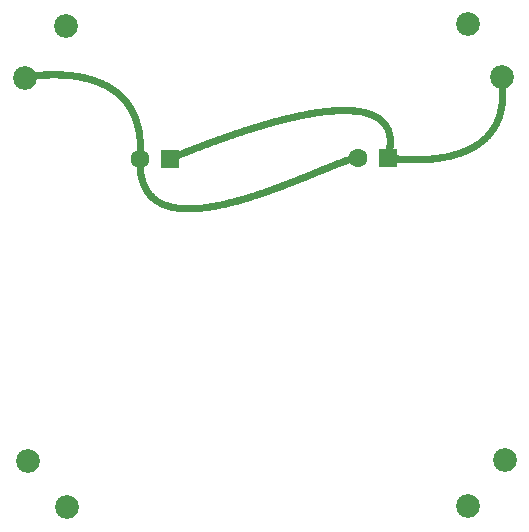
<source format=gbl>
G04 MADE WITH FRITZING*
G04 WWW.FRITZING.ORG*
G04 DOUBLE SIDED*
G04 HOLES PLATED*
G04 CONTOUR ON CENTER OF CONTOUR VECTOR*
%ASAXBY*%
%FSLAX23Y23*%
%MOIN*%
%OFA0B0*%
%SFA1.0B1.0*%
%ADD10C,0.062992*%
%ADD11C,0.079370*%
%ADD12R,0.062992X0.062992*%
%ADD13R,0.001000X0.001000*%
%LNCOPPER0*%
G90*
G70*
G54D10*
X1291Y1244D03*
X1193Y1244D03*
X566Y1241D03*
X467Y1241D03*
G54D11*
X1671Y1516D03*
X1681Y239D03*
X220Y1686D03*
X91Y236D03*
X1560Y84D03*
X1558Y1690D03*
X81Y1513D03*
X222Y80D03*
G54D12*
X1291Y1244D03*
X566Y1241D03*
G54D13*
X169Y1534D02*
X189Y1534D01*
X143Y1533D02*
X213Y1533D01*
X129Y1532D02*
X226Y1532D01*
X118Y1531D02*
X236Y1531D01*
X110Y1530D02*
X244Y1530D01*
X102Y1529D02*
X252Y1529D01*
X94Y1528D02*
X258Y1528D01*
X1667Y1528D02*
X1672Y1528D01*
X88Y1527D02*
X264Y1527D01*
X1665Y1527D02*
X1675Y1527D01*
X82Y1526D02*
X270Y1526D01*
X1663Y1526D02*
X1676Y1526D01*
X77Y1525D02*
X275Y1525D01*
X1662Y1525D02*
X1678Y1525D01*
X75Y1524D02*
X279Y1524D01*
X1661Y1524D02*
X1679Y1524D01*
X74Y1523D02*
X284Y1523D01*
X1660Y1523D02*
X1679Y1523D01*
X73Y1522D02*
X288Y1522D01*
X1660Y1522D02*
X1680Y1522D01*
X72Y1521D02*
X292Y1521D01*
X1659Y1521D02*
X1680Y1521D01*
X71Y1520D02*
X296Y1520D01*
X1659Y1520D02*
X1681Y1520D01*
X71Y1519D02*
X300Y1519D01*
X1659Y1519D02*
X1681Y1519D01*
X70Y1518D02*
X303Y1518D01*
X1658Y1518D02*
X1681Y1518D01*
X70Y1517D02*
X307Y1517D01*
X1658Y1517D02*
X1681Y1517D01*
X70Y1516D02*
X310Y1516D01*
X1658Y1516D02*
X1682Y1516D01*
X70Y1515D02*
X313Y1515D01*
X1658Y1515D02*
X1682Y1515D01*
X69Y1514D02*
X316Y1514D01*
X1659Y1514D02*
X1682Y1514D01*
X69Y1513D02*
X319Y1513D01*
X1659Y1513D02*
X1682Y1513D01*
X70Y1512D02*
X322Y1512D01*
X1659Y1512D02*
X1682Y1512D01*
X70Y1511D02*
X324Y1511D01*
X1659Y1511D02*
X1682Y1511D01*
X70Y1510D02*
X167Y1510D01*
X193Y1510D02*
X327Y1510D01*
X1659Y1510D02*
X1682Y1510D01*
X70Y1509D02*
X143Y1509D01*
X214Y1509D02*
X330Y1509D01*
X1659Y1509D02*
X1683Y1509D01*
X71Y1508D02*
X129Y1508D01*
X227Y1508D02*
X332Y1508D01*
X1659Y1508D02*
X1683Y1508D01*
X71Y1507D02*
X119Y1507D01*
X236Y1507D02*
X335Y1507D01*
X1660Y1507D02*
X1683Y1507D01*
X72Y1506D02*
X110Y1506D01*
X244Y1506D02*
X337Y1506D01*
X1660Y1506D02*
X1683Y1506D01*
X73Y1505D02*
X102Y1505D01*
X251Y1505D02*
X339Y1505D01*
X1660Y1505D02*
X1683Y1505D01*
X74Y1504D02*
X95Y1504D01*
X257Y1504D02*
X342Y1504D01*
X1660Y1504D02*
X1683Y1504D01*
X76Y1503D02*
X89Y1503D01*
X263Y1503D02*
X344Y1503D01*
X1660Y1503D02*
X1683Y1503D01*
X79Y1502D02*
X83Y1502D01*
X268Y1502D02*
X346Y1502D01*
X1660Y1502D02*
X1684Y1502D01*
X273Y1501D02*
X348Y1501D01*
X1660Y1501D02*
X1684Y1501D01*
X278Y1500D02*
X350Y1500D01*
X1661Y1500D02*
X1684Y1500D01*
X282Y1499D02*
X352Y1499D01*
X1661Y1499D02*
X1684Y1499D01*
X286Y1498D02*
X354Y1498D01*
X1661Y1498D02*
X1684Y1498D01*
X290Y1497D02*
X356Y1497D01*
X1661Y1497D02*
X1684Y1497D01*
X294Y1496D02*
X358Y1496D01*
X1661Y1496D02*
X1684Y1496D01*
X297Y1495D02*
X360Y1495D01*
X1661Y1495D02*
X1684Y1495D01*
X301Y1494D02*
X362Y1494D01*
X1661Y1494D02*
X1684Y1494D01*
X304Y1493D02*
X364Y1493D01*
X1661Y1493D02*
X1684Y1493D01*
X307Y1492D02*
X365Y1492D01*
X1662Y1492D02*
X1685Y1492D01*
X310Y1491D02*
X367Y1491D01*
X1662Y1491D02*
X1685Y1491D01*
X313Y1490D02*
X369Y1490D01*
X1662Y1490D02*
X1685Y1490D01*
X316Y1489D02*
X371Y1489D01*
X1662Y1489D02*
X1685Y1489D01*
X319Y1488D02*
X372Y1488D01*
X1662Y1488D02*
X1685Y1488D01*
X321Y1487D02*
X374Y1487D01*
X1662Y1487D02*
X1685Y1487D01*
X324Y1486D02*
X375Y1486D01*
X1662Y1486D02*
X1685Y1486D01*
X327Y1485D02*
X377Y1485D01*
X1662Y1485D02*
X1685Y1485D01*
X329Y1484D02*
X379Y1484D01*
X1662Y1484D02*
X1685Y1484D01*
X331Y1483D02*
X380Y1483D01*
X1662Y1483D02*
X1685Y1483D01*
X334Y1482D02*
X381Y1482D01*
X1662Y1482D02*
X1685Y1482D01*
X336Y1481D02*
X383Y1481D01*
X1663Y1481D02*
X1686Y1481D01*
X338Y1480D02*
X384Y1480D01*
X1663Y1480D02*
X1686Y1480D01*
X340Y1479D02*
X386Y1479D01*
X1663Y1479D02*
X1686Y1479D01*
X342Y1478D02*
X387Y1478D01*
X1663Y1478D02*
X1686Y1478D01*
X344Y1477D02*
X389Y1477D01*
X1663Y1477D02*
X1686Y1477D01*
X346Y1476D02*
X390Y1476D01*
X1663Y1476D02*
X1686Y1476D01*
X348Y1475D02*
X391Y1475D01*
X1663Y1475D02*
X1686Y1475D01*
X350Y1474D02*
X393Y1474D01*
X1663Y1474D02*
X1686Y1474D01*
X352Y1473D02*
X394Y1473D01*
X1663Y1473D02*
X1686Y1473D01*
X354Y1472D02*
X395Y1472D01*
X1663Y1472D02*
X1686Y1472D01*
X355Y1471D02*
X396Y1471D01*
X1663Y1471D02*
X1686Y1471D01*
X357Y1470D02*
X398Y1470D01*
X1663Y1470D02*
X1686Y1470D01*
X359Y1469D02*
X399Y1469D01*
X1663Y1469D02*
X1686Y1469D01*
X360Y1468D02*
X400Y1468D01*
X1663Y1468D02*
X1686Y1468D01*
X362Y1467D02*
X401Y1467D01*
X1663Y1467D02*
X1686Y1467D01*
X364Y1466D02*
X402Y1466D01*
X1663Y1466D02*
X1686Y1466D01*
X365Y1465D02*
X404Y1465D01*
X1663Y1465D02*
X1686Y1465D01*
X367Y1464D02*
X405Y1464D01*
X1663Y1464D02*
X1686Y1464D01*
X368Y1463D02*
X406Y1463D01*
X1663Y1463D02*
X1686Y1463D01*
X370Y1462D02*
X407Y1462D01*
X1663Y1462D02*
X1686Y1462D01*
X371Y1461D02*
X408Y1461D01*
X1663Y1461D02*
X1686Y1461D01*
X373Y1460D02*
X409Y1460D01*
X1663Y1460D02*
X1686Y1460D01*
X374Y1459D02*
X410Y1459D01*
X1663Y1459D02*
X1686Y1459D01*
X375Y1458D02*
X411Y1458D01*
X1663Y1458D02*
X1686Y1458D01*
X377Y1457D02*
X412Y1457D01*
X1664Y1457D02*
X1686Y1457D01*
X378Y1456D02*
X413Y1456D01*
X1664Y1456D02*
X1686Y1456D01*
X379Y1455D02*
X414Y1455D01*
X1663Y1455D02*
X1686Y1455D01*
X381Y1454D02*
X415Y1454D01*
X1663Y1454D02*
X1686Y1454D01*
X382Y1453D02*
X416Y1453D01*
X1663Y1453D02*
X1686Y1453D01*
X383Y1452D02*
X417Y1452D01*
X1663Y1452D02*
X1686Y1452D01*
X384Y1451D02*
X418Y1451D01*
X1663Y1451D02*
X1686Y1451D01*
X385Y1450D02*
X419Y1450D01*
X1663Y1450D02*
X1686Y1450D01*
X387Y1449D02*
X420Y1449D01*
X1663Y1449D02*
X1686Y1449D01*
X388Y1448D02*
X421Y1448D01*
X1663Y1448D02*
X1686Y1448D01*
X389Y1447D02*
X422Y1447D01*
X1663Y1447D02*
X1686Y1447D01*
X390Y1446D02*
X423Y1446D01*
X1663Y1446D02*
X1686Y1446D01*
X391Y1445D02*
X423Y1445D01*
X1663Y1445D02*
X1686Y1445D01*
X392Y1444D02*
X424Y1444D01*
X1663Y1444D02*
X1686Y1444D01*
X393Y1443D02*
X425Y1443D01*
X1663Y1443D02*
X1686Y1443D01*
X394Y1442D02*
X426Y1442D01*
X1663Y1442D02*
X1686Y1442D01*
X395Y1441D02*
X427Y1441D01*
X1663Y1441D02*
X1686Y1441D01*
X396Y1440D02*
X428Y1440D01*
X1663Y1440D02*
X1686Y1440D01*
X397Y1439D02*
X428Y1439D01*
X1663Y1439D02*
X1686Y1439D01*
X398Y1438D02*
X429Y1438D01*
X1663Y1438D02*
X1686Y1438D01*
X399Y1437D02*
X430Y1437D01*
X1663Y1437D02*
X1686Y1437D01*
X400Y1436D02*
X431Y1436D01*
X1663Y1436D02*
X1686Y1436D01*
X401Y1435D02*
X432Y1435D01*
X1663Y1435D02*
X1686Y1435D01*
X402Y1434D02*
X432Y1434D01*
X1662Y1434D02*
X1685Y1434D01*
X403Y1433D02*
X433Y1433D01*
X1662Y1433D02*
X1685Y1433D01*
X404Y1432D02*
X434Y1432D01*
X1662Y1432D02*
X1685Y1432D01*
X405Y1431D02*
X435Y1431D01*
X1662Y1431D02*
X1685Y1431D01*
X406Y1430D02*
X435Y1430D01*
X1662Y1430D02*
X1685Y1430D01*
X407Y1429D02*
X436Y1429D01*
X1662Y1429D02*
X1685Y1429D01*
X407Y1428D02*
X437Y1428D01*
X1662Y1428D02*
X1685Y1428D01*
X408Y1427D02*
X437Y1427D01*
X1662Y1427D02*
X1685Y1427D01*
X409Y1426D02*
X438Y1426D01*
X1662Y1426D02*
X1685Y1426D01*
X410Y1425D02*
X439Y1425D01*
X1661Y1425D02*
X1685Y1425D01*
X411Y1424D02*
X439Y1424D01*
X1661Y1424D02*
X1684Y1424D01*
X412Y1423D02*
X440Y1423D01*
X1661Y1423D02*
X1684Y1423D01*
X412Y1422D02*
X441Y1422D01*
X1661Y1422D02*
X1684Y1422D01*
X413Y1421D02*
X441Y1421D01*
X1661Y1421D02*
X1684Y1421D01*
X414Y1420D02*
X442Y1420D01*
X1661Y1420D02*
X1684Y1420D01*
X415Y1419D02*
X443Y1419D01*
X1661Y1419D02*
X1684Y1419D01*
X415Y1418D02*
X443Y1418D01*
X1660Y1418D02*
X1684Y1418D01*
X416Y1417D02*
X444Y1417D01*
X1660Y1417D02*
X1684Y1417D01*
X417Y1416D02*
X444Y1416D01*
X1660Y1416D02*
X1683Y1416D01*
X417Y1415D02*
X445Y1415D01*
X1660Y1415D02*
X1683Y1415D01*
X418Y1414D02*
X446Y1414D01*
X1117Y1414D02*
X1174Y1414D01*
X1660Y1414D02*
X1683Y1414D01*
X419Y1413D02*
X446Y1413D01*
X1103Y1413D02*
X1185Y1413D01*
X1660Y1413D02*
X1683Y1413D01*
X420Y1412D02*
X447Y1412D01*
X1092Y1412D02*
X1193Y1412D01*
X1659Y1412D02*
X1683Y1412D01*
X420Y1411D02*
X447Y1411D01*
X1083Y1411D02*
X1200Y1411D01*
X1659Y1411D02*
X1683Y1411D01*
X421Y1410D02*
X448Y1410D01*
X1074Y1410D02*
X1205Y1410D01*
X1659Y1410D02*
X1682Y1410D01*
X422Y1409D02*
X448Y1409D01*
X1066Y1409D02*
X1210Y1409D01*
X1659Y1409D02*
X1682Y1409D01*
X422Y1408D02*
X449Y1408D01*
X1060Y1408D02*
X1215Y1408D01*
X1659Y1408D02*
X1682Y1408D01*
X423Y1407D02*
X449Y1407D01*
X1053Y1407D02*
X1219Y1407D01*
X1658Y1407D02*
X1682Y1407D01*
X423Y1406D02*
X450Y1406D01*
X1046Y1406D02*
X1223Y1406D01*
X1658Y1406D02*
X1682Y1406D01*
X424Y1405D02*
X451Y1405D01*
X1040Y1405D02*
X1226Y1405D01*
X1658Y1405D02*
X1682Y1405D01*
X425Y1404D02*
X451Y1404D01*
X1034Y1404D02*
X1230Y1404D01*
X1658Y1404D02*
X1681Y1404D01*
X425Y1403D02*
X452Y1403D01*
X1028Y1403D02*
X1233Y1403D01*
X1658Y1403D02*
X1681Y1403D01*
X426Y1402D02*
X452Y1402D01*
X1023Y1402D02*
X1236Y1402D01*
X1657Y1402D02*
X1681Y1402D01*
X427Y1401D02*
X453Y1401D01*
X1018Y1401D02*
X1239Y1401D01*
X1657Y1401D02*
X1681Y1401D01*
X427Y1400D02*
X453Y1400D01*
X1013Y1400D02*
X1241Y1400D01*
X1657Y1400D02*
X1680Y1400D01*
X428Y1399D02*
X454Y1399D01*
X1007Y1399D02*
X1244Y1399D01*
X1657Y1399D02*
X1680Y1399D01*
X428Y1398D02*
X454Y1398D01*
X1002Y1398D02*
X1246Y1398D01*
X1656Y1398D02*
X1680Y1398D01*
X429Y1397D02*
X454Y1397D01*
X998Y1397D02*
X1248Y1397D01*
X1656Y1397D02*
X1680Y1397D01*
X429Y1396D02*
X455Y1396D01*
X993Y1396D02*
X1250Y1396D01*
X1656Y1396D02*
X1679Y1396D01*
X430Y1395D02*
X455Y1395D01*
X988Y1395D02*
X1252Y1395D01*
X1655Y1395D02*
X1679Y1395D01*
X430Y1394D02*
X456Y1394D01*
X984Y1394D02*
X1255Y1394D01*
X1655Y1394D02*
X1679Y1394D01*
X431Y1393D02*
X456Y1393D01*
X979Y1393D02*
X1257Y1393D01*
X1655Y1393D02*
X1679Y1393D01*
X431Y1392D02*
X457Y1392D01*
X975Y1392D02*
X1258Y1392D01*
X1655Y1392D02*
X1679Y1392D01*
X432Y1391D02*
X457Y1391D01*
X971Y1391D02*
X1260Y1391D01*
X1654Y1391D02*
X1678Y1391D01*
X432Y1390D02*
X458Y1390D01*
X966Y1390D02*
X1116Y1390D01*
X1174Y1390D02*
X1262Y1390D01*
X1654Y1390D02*
X1678Y1390D01*
X433Y1389D02*
X458Y1389D01*
X962Y1389D02*
X1102Y1389D01*
X1185Y1389D02*
X1264Y1389D01*
X1654Y1389D02*
X1678Y1389D01*
X433Y1388D02*
X458Y1388D01*
X958Y1388D02*
X1092Y1388D01*
X1193Y1388D02*
X1265Y1388D01*
X1653Y1388D02*
X1677Y1388D01*
X434Y1387D02*
X459Y1387D01*
X954Y1387D02*
X1083Y1387D01*
X1199Y1387D02*
X1266Y1387D01*
X1653Y1387D02*
X1677Y1387D01*
X434Y1386D02*
X459Y1386D01*
X950Y1386D02*
X1075Y1386D01*
X1205Y1386D02*
X1268Y1386D01*
X1653Y1386D02*
X1677Y1386D01*
X435Y1385D02*
X460Y1385D01*
X946Y1385D02*
X1067Y1385D01*
X1209Y1385D02*
X1269Y1385D01*
X1652Y1385D02*
X1676Y1385D01*
X435Y1384D02*
X460Y1384D01*
X942Y1384D02*
X1060Y1384D01*
X1214Y1384D02*
X1271Y1384D01*
X1652Y1384D02*
X1676Y1384D01*
X436Y1383D02*
X461Y1383D01*
X938Y1383D02*
X1053Y1383D01*
X1217Y1383D02*
X1272Y1383D01*
X1652Y1383D02*
X1676Y1383D01*
X436Y1382D02*
X461Y1382D01*
X934Y1382D02*
X1047Y1382D01*
X1221Y1382D02*
X1273Y1382D01*
X1651Y1382D02*
X1676Y1382D01*
X437Y1381D02*
X461Y1381D01*
X930Y1381D02*
X1041Y1381D01*
X1224Y1381D02*
X1275Y1381D01*
X1651Y1381D02*
X1675Y1381D01*
X437Y1380D02*
X462Y1380D01*
X926Y1380D02*
X1035Y1380D01*
X1227Y1380D02*
X1276Y1380D01*
X1651Y1380D02*
X1675Y1380D01*
X437Y1379D02*
X462Y1379D01*
X922Y1379D02*
X1029Y1379D01*
X1230Y1379D02*
X1277Y1379D01*
X1650Y1379D02*
X1675Y1379D01*
X438Y1378D02*
X462Y1378D01*
X919Y1378D02*
X1024Y1378D01*
X1233Y1378D02*
X1278Y1378D01*
X1650Y1378D02*
X1674Y1378D01*
X438Y1377D02*
X463Y1377D01*
X915Y1377D02*
X1019Y1377D01*
X1235Y1377D02*
X1279Y1377D01*
X1650Y1377D02*
X1674Y1377D01*
X439Y1376D02*
X463Y1376D01*
X911Y1376D02*
X1014Y1376D01*
X1238Y1376D02*
X1280Y1376D01*
X1649Y1376D02*
X1674Y1376D01*
X439Y1375D02*
X464Y1375D01*
X907Y1375D02*
X1009Y1375D01*
X1240Y1375D02*
X1281Y1375D01*
X1649Y1375D02*
X1673Y1375D01*
X439Y1374D02*
X464Y1374D01*
X904Y1374D02*
X1004Y1374D01*
X1242Y1374D02*
X1282Y1374D01*
X1648Y1374D02*
X1673Y1374D01*
X440Y1373D02*
X464Y1373D01*
X900Y1373D02*
X999Y1373D01*
X1244Y1373D02*
X1283Y1373D01*
X1648Y1373D02*
X1672Y1373D01*
X440Y1372D02*
X465Y1372D01*
X897Y1372D02*
X994Y1372D01*
X1246Y1372D02*
X1284Y1372D01*
X1647Y1372D02*
X1672Y1372D01*
X441Y1371D02*
X465Y1371D01*
X893Y1371D02*
X990Y1371D01*
X1248Y1371D02*
X1285Y1371D01*
X1647Y1371D02*
X1672Y1371D01*
X441Y1370D02*
X465Y1370D01*
X890Y1370D02*
X985Y1370D01*
X1249Y1370D02*
X1286Y1370D01*
X1647Y1370D02*
X1671Y1370D01*
X441Y1369D02*
X466Y1369D01*
X886Y1369D02*
X981Y1369D01*
X1251Y1369D02*
X1287Y1369D01*
X1646Y1369D02*
X1671Y1369D01*
X442Y1368D02*
X466Y1368D01*
X883Y1368D02*
X976Y1368D01*
X1253Y1368D02*
X1288Y1368D01*
X1646Y1368D02*
X1671Y1368D01*
X442Y1367D02*
X466Y1367D01*
X879Y1367D02*
X972Y1367D01*
X1254Y1367D02*
X1289Y1367D01*
X1645Y1367D02*
X1670Y1367D01*
X442Y1366D02*
X466Y1366D01*
X876Y1366D02*
X968Y1366D01*
X1256Y1366D02*
X1290Y1366D01*
X1645Y1366D02*
X1670Y1366D01*
X443Y1365D02*
X467Y1365D01*
X872Y1365D02*
X963Y1365D01*
X1257Y1365D02*
X1290Y1365D01*
X1644Y1365D02*
X1669Y1365D01*
X443Y1364D02*
X467Y1364D01*
X869Y1364D02*
X959Y1364D01*
X1259Y1364D02*
X1291Y1364D01*
X1644Y1364D02*
X1669Y1364D01*
X443Y1363D02*
X467Y1363D01*
X866Y1363D02*
X955Y1363D01*
X1260Y1363D02*
X1292Y1363D01*
X1643Y1363D02*
X1668Y1363D01*
X444Y1362D02*
X468Y1362D01*
X862Y1362D02*
X951Y1362D01*
X1261Y1362D02*
X1293Y1362D01*
X1643Y1362D02*
X1668Y1362D01*
X444Y1361D02*
X468Y1361D01*
X859Y1361D02*
X947Y1361D01*
X1262Y1361D02*
X1294Y1361D01*
X1642Y1361D02*
X1668Y1361D01*
X444Y1360D02*
X468Y1360D01*
X856Y1360D02*
X943Y1360D01*
X1264Y1360D02*
X1294Y1360D01*
X1642Y1360D02*
X1667Y1360D01*
X445Y1359D02*
X469Y1359D01*
X852Y1359D02*
X939Y1359D01*
X1265Y1359D02*
X1295Y1359D01*
X1641Y1359D02*
X1667Y1359D01*
X445Y1358D02*
X469Y1358D01*
X849Y1358D02*
X935Y1358D01*
X1266Y1358D02*
X1296Y1358D01*
X1641Y1358D02*
X1666Y1358D01*
X445Y1357D02*
X469Y1357D01*
X846Y1357D02*
X932Y1357D01*
X1267Y1357D02*
X1296Y1357D01*
X1640Y1357D02*
X1666Y1357D01*
X445Y1356D02*
X469Y1356D01*
X843Y1356D02*
X928Y1356D01*
X1268Y1356D02*
X1297Y1356D01*
X1639Y1356D02*
X1665Y1356D01*
X446Y1355D02*
X470Y1355D01*
X839Y1355D02*
X924Y1355D01*
X1269Y1355D02*
X1298Y1355D01*
X1639Y1355D02*
X1665Y1355D01*
X446Y1354D02*
X470Y1354D01*
X836Y1354D02*
X921Y1354D01*
X1270Y1354D02*
X1298Y1354D01*
X1638Y1354D02*
X1664Y1354D01*
X446Y1353D02*
X470Y1353D01*
X833Y1353D02*
X917Y1353D01*
X1271Y1353D02*
X1299Y1353D01*
X1638Y1353D02*
X1664Y1353D01*
X447Y1352D02*
X470Y1352D01*
X830Y1352D02*
X913Y1352D01*
X1272Y1352D02*
X1299Y1352D01*
X1637Y1352D02*
X1663Y1352D01*
X447Y1351D02*
X471Y1351D01*
X827Y1351D02*
X909Y1351D01*
X1272Y1351D02*
X1300Y1351D01*
X1636Y1351D02*
X1663Y1351D01*
X447Y1350D02*
X471Y1350D01*
X824Y1350D02*
X906Y1350D01*
X1273Y1350D02*
X1300Y1350D01*
X1636Y1350D02*
X1662Y1350D01*
X447Y1349D02*
X471Y1349D01*
X820Y1349D02*
X902Y1349D01*
X1274Y1349D02*
X1301Y1349D01*
X1635Y1349D02*
X1662Y1349D01*
X448Y1348D02*
X471Y1348D01*
X817Y1348D02*
X899Y1348D01*
X1275Y1348D02*
X1301Y1348D01*
X1635Y1348D02*
X1661Y1348D01*
X448Y1347D02*
X472Y1347D01*
X814Y1347D02*
X895Y1347D01*
X1275Y1347D02*
X1302Y1347D01*
X1634Y1347D02*
X1661Y1347D01*
X448Y1346D02*
X472Y1346D01*
X811Y1346D02*
X892Y1346D01*
X1276Y1346D02*
X1302Y1346D01*
X1633Y1346D02*
X1660Y1346D01*
X448Y1345D02*
X472Y1345D01*
X808Y1345D02*
X888Y1345D01*
X1277Y1345D02*
X1303Y1345D01*
X1633Y1345D02*
X1660Y1345D01*
X449Y1344D02*
X472Y1344D01*
X805Y1344D02*
X885Y1344D01*
X1277Y1344D02*
X1303Y1344D01*
X1632Y1344D02*
X1659Y1344D01*
X449Y1343D02*
X472Y1343D01*
X802Y1343D02*
X881Y1343D01*
X1278Y1343D02*
X1304Y1343D01*
X1631Y1343D02*
X1658Y1343D01*
X449Y1342D02*
X473Y1342D01*
X799Y1342D02*
X878Y1342D01*
X1278Y1342D02*
X1304Y1342D01*
X1630Y1342D02*
X1658Y1342D01*
X449Y1341D02*
X473Y1341D01*
X796Y1341D02*
X875Y1341D01*
X1279Y1341D02*
X1304Y1341D01*
X1630Y1341D02*
X1657Y1341D01*
X450Y1340D02*
X473Y1340D01*
X793Y1340D02*
X871Y1340D01*
X1280Y1340D02*
X1305Y1340D01*
X1629Y1340D02*
X1657Y1340D01*
X450Y1339D02*
X473Y1339D01*
X790Y1339D02*
X868Y1339D01*
X1280Y1339D02*
X1305Y1339D01*
X1628Y1339D02*
X1656Y1339D01*
X450Y1338D02*
X473Y1338D01*
X787Y1338D02*
X865Y1338D01*
X1281Y1338D02*
X1306Y1338D01*
X1627Y1338D02*
X1656Y1338D01*
X450Y1337D02*
X474Y1337D01*
X784Y1337D02*
X861Y1337D01*
X1281Y1337D02*
X1306Y1337D01*
X1627Y1337D02*
X1655Y1337D01*
X450Y1336D02*
X474Y1336D01*
X781Y1336D02*
X858Y1336D01*
X1282Y1336D02*
X1306Y1336D01*
X1626Y1336D02*
X1654Y1336D01*
X451Y1335D02*
X474Y1335D01*
X778Y1335D02*
X855Y1335D01*
X1282Y1335D02*
X1307Y1335D01*
X1625Y1335D02*
X1654Y1335D01*
X451Y1334D02*
X474Y1334D01*
X775Y1334D02*
X851Y1334D01*
X1282Y1334D02*
X1307Y1334D01*
X1624Y1334D02*
X1653Y1334D01*
X451Y1333D02*
X474Y1333D01*
X772Y1333D02*
X848Y1333D01*
X1283Y1333D02*
X1307Y1333D01*
X1623Y1333D02*
X1652Y1333D01*
X451Y1332D02*
X475Y1332D01*
X769Y1332D02*
X845Y1332D01*
X1283Y1332D02*
X1308Y1332D01*
X1623Y1332D02*
X1652Y1332D01*
X451Y1331D02*
X475Y1331D01*
X766Y1331D02*
X842Y1331D01*
X1284Y1331D02*
X1308Y1331D01*
X1622Y1331D02*
X1651Y1331D01*
X452Y1330D02*
X475Y1330D01*
X764Y1330D02*
X839Y1330D01*
X1284Y1330D02*
X1308Y1330D01*
X1621Y1330D02*
X1650Y1330D01*
X452Y1329D02*
X475Y1329D01*
X761Y1329D02*
X836Y1329D01*
X1284Y1329D02*
X1308Y1329D01*
X1620Y1329D02*
X1650Y1329D01*
X452Y1328D02*
X475Y1328D01*
X758Y1328D02*
X832Y1328D01*
X1285Y1328D02*
X1309Y1328D01*
X1619Y1328D02*
X1649Y1328D01*
X452Y1327D02*
X475Y1327D01*
X755Y1327D02*
X829Y1327D01*
X1285Y1327D02*
X1309Y1327D01*
X1618Y1327D02*
X1648Y1327D01*
X452Y1326D02*
X475Y1326D01*
X752Y1326D02*
X826Y1326D01*
X1285Y1326D02*
X1309Y1326D01*
X1617Y1326D02*
X1647Y1326D01*
X452Y1325D02*
X476Y1325D01*
X749Y1325D02*
X823Y1325D01*
X1286Y1325D02*
X1309Y1325D01*
X1616Y1325D02*
X1647Y1325D01*
X453Y1324D02*
X476Y1324D01*
X746Y1324D02*
X820Y1324D01*
X1286Y1324D02*
X1309Y1324D01*
X1616Y1324D02*
X1646Y1324D01*
X453Y1323D02*
X476Y1323D01*
X743Y1323D02*
X817Y1323D01*
X1286Y1323D02*
X1310Y1323D01*
X1615Y1323D02*
X1645Y1323D01*
X453Y1322D02*
X476Y1322D01*
X741Y1322D02*
X814Y1322D01*
X1286Y1322D02*
X1310Y1322D01*
X1614Y1322D02*
X1644Y1322D01*
X453Y1321D02*
X476Y1321D01*
X738Y1321D02*
X811Y1321D01*
X1287Y1321D02*
X1310Y1321D01*
X1613Y1321D02*
X1644Y1321D01*
X453Y1320D02*
X476Y1320D01*
X735Y1320D02*
X808Y1320D01*
X1287Y1320D02*
X1310Y1320D01*
X1612Y1320D02*
X1643Y1320D01*
X453Y1319D02*
X476Y1319D01*
X732Y1319D02*
X805Y1319D01*
X1287Y1319D02*
X1310Y1319D01*
X1611Y1319D02*
X1642Y1319D01*
X453Y1318D02*
X477Y1318D01*
X729Y1318D02*
X802Y1318D01*
X1287Y1318D02*
X1311Y1318D01*
X1609Y1318D02*
X1641Y1318D01*
X454Y1317D02*
X477Y1317D01*
X727Y1317D02*
X799Y1317D01*
X1288Y1317D02*
X1311Y1317D01*
X1608Y1317D02*
X1640Y1317D01*
X454Y1316D02*
X477Y1316D01*
X724Y1316D02*
X796Y1316D01*
X1288Y1316D02*
X1311Y1316D01*
X1607Y1316D02*
X1640Y1316D01*
X454Y1315D02*
X477Y1315D01*
X721Y1315D02*
X793Y1315D01*
X1288Y1315D02*
X1311Y1315D01*
X1606Y1315D02*
X1639Y1315D01*
X454Y1314D02*
X477Y1314D01*
X718Y1314D02*
X790Y1314D01*
X1288Y1314D02*
X1311Y1314D01*
X1605Y1314D02*
X1638Y1314D01*
X454Y1313D02*
X477Y1313D01*
X715Y1313D02*
X787Y1313D01*
X1288Y1313D02*
X1311Y1313D01*
X1604Y1313D02*
X1637Y1313D01*
X454Y1312D02*
X477Y1312D01*
X713Y1312D02*
X784Y1312D01*
X1288Y1312D02*
X1311Y1312D01*
X1603Y1312D02*
X1636Y1312D01*
X454Y1311D02*
X477Y1311D01*
X710Y1311D02*
X781Y1311D01*
X1288Y1311D02*
X1311Y1311D01*
X1602Y1311D02*
X1635Y1311D01*
X454Y1310D02*
X477Y1310D01*
X707Y1310D02*
X778Y1310D01*
X1289Y1310D02*
X1311Y1310D01*
X1601Y1310D02*
X1634Y1310D01*
X455Y1309D02*
X478Y1309D01*
X705Y1309D02*
X775Y1309D01*
X1289Y1309D02*
X1312Y1309D01*
X1599Y1309D02*
X1633Y1309D01*
X455Y1308D02*
X478Y1308D01*
X702Y1308D02*
X772Y1308D01*
X1289Y1308D02*
X1312Y1308D01*
X1598Y1308D02*
X1632Y1308D01*
X455Y1307D02*
X478Y1307D01*
X699Y1307D02*
X769Y1307D01*
X1289Y1307D02*
X1312Y1307D01*
X1597Y1307D02*
X1631Y1307D01*
X455Y1306D02*
X478Y1306D01*
X696Y1306D02*
X766Y1306D01*
X1289Y1306D02*
X1312Y1306D01*
X1595Y1306D02*
X1630Y1306D01*
X455Y1305D02*
X478Y1305D01*
X694Y1305D02*
X763Y1305D01*
X1289Y1305D02*
X1312Y1305D01*
X1594Y1305D02*
X1629Y1305D01*
X455Y1304D02*
X478Y1304D01*
X691Y1304D02*
X761Y1304D01*
X1289Y1304D02*
X1312Y1304D01*
X1593Y1304D02*
X1628Y1304D01*
X455Y1303D02*
X478Y1303D01*
X688Y1303D02*
X758Y1303D01*
X1289Y1303D02*
X1312Y1303D01*
X1592Y1303D02*
X1627Y1303D01*
X455Y1302D02*
X478Y1302D01*
X686Y1302D02*
X755Y1302D01*
X1289Y1302D02*
X1312Y1302D01*
X1590Y1302D02*
X1626Y1302D01*
X455Y1301D02*
X478Y1301D01*
X683Y1301D02*
X752Y1301D01*
X1289Y1301D02*
X1312Y1301D01*
X1589Y1301D02*
X1625Y1301D01*
X455Y1300D02*
X478Y1300D01*
X680Y1300D02*
X749Y1300D01*
X1289Y1300D02*
X1312Y1300D01*
X1587Y1300D02*
X1624Y1300D01*
X455Y1299D02*
X478Y1299D01*
X677Y1299D02*
X746Y1299D01*
X1289Y1299D02*
X1312Y1299D01*
X1586Y1299D02*
X1623Y1299D01*
X455Y1298D02*
X478Y1298D01*
X675Y1298D02*
X744Y1298D01*
X1289Y1298D02*
X1312Y1298D01*
X1584Y1298D02*
X1622Y1298D01*
X456Y1297D02*
X478Y1297D01*
X672Y1297D02*
X741Y1297D01*
X1289Y1297D02*
X1312Y1297D01*
X1583Y1297D02*
X1621Y1297D01*
X456Y1296D02*
X479Y1296D01*
X670Y1296D02*
X738Y1296D01*
X1289Y1296D02*
X1312Y1296D01*
X1581Y1296D02*
X1620Y1296D01*
X456Y1295D02*
X479Y1295D01*
X667Y1295D02*
X735Y1295D01*
X1289Y1295D02*
X1312Y1295D01*
X1580Y1295D02*
X1619Y1295D01*
X456Y1294D02*
X479Y1294D01*
X664Y1294D02*
X732Y1294D01*
X1289Y1294D02*
X1312Y1294D01*
X1578Y1294D02*
X1617Y1294D01*
X456Y1293D02*
X479Y1293D01*
X662Y1293D02*
X730Y1293D01*
X1289Y1293D02*
X1312Y1293D01*
X1576Y1293D02*
X1616Y1293D01*
X456Y1292D02*
X479Y1292D01*
X659Y1292D02*
X727Y1292D01*
X1289Y1292D02*
X1312Y1292D01*
X1575Y1292D02*
X1615Y1292D01*
X456Y1291D02*
X479Y1291D01*
X657Y1291D02*
X724Y1291D01*
X1289Y1291D02*
X1312Y1291D01*
X1573Y1291D02*
X1614Y1291D01*
X456Y1290D02*
X479Y1290D01*
X654Y1290D02*
X721Y1290D01*
X1289Y1290D02*
X1312Y1290D01*
X1571Y1290D02*
X1613Y1290D01*
X456Y1289D02*
X479Y1289D01*
X651Y1289D02*
X719Y1289D01*
X1288Y1289D02*
X1312Y1289D01*
X1569Y1289D02*
X1611Y1289D01*
X456Y1288D02*
X479Y1288D01*
X649Y1288D02*
X716Y1288D01*
X1288Y1288D02*
X1312Y1288D01*
X1567Y1288D02*
X1610Y1288D01*
X456Y1287D02*
X479Y1287D01*
X646Y1287D02*
X713Y1287D01*
X1288Y1287D02*
X1311Y1287D01*
X1566Y1287D02*
X1609Y1287D01*
X456Y1286D02*
X479Y1286D01*
X643Y1286D02*
X710Y1286D01*
X1288Y1286D02*
X1311Y1286D01*
X1564Y1286D02*
X1607Y1286D01*
X456Y1285D02*
X479Y1285D01*
X641Y1285D02*
X708Y1285D01*
X1288Y1285D02*
X1311Y1285D01*
X1562Y1285D02*
X1606Y1285D01*
X456Y1284D02*
X479Y1284D01*
X638Y1284D02*
X705Y1284D01*
X1288Y1284D02*
X1311Y1284D01*
X1560Y1284D02*
X1605Y1284D01*
X456Y1283D02*
X479Y1283D01*
X636Y1283D02*
X702Y1283D01*
X1288Y1283D02*
X1311Y1283D01*
X1557Y1283D02*
X1603Y1283D01*
X456Y1282D02*
X479Y1282D01*
X633Y1282D02*
X700Y1282D01*
X1288Y1282D02*
X1311Y1282D01*
X1555Y1282D02*
X1602Y1282D01*
X456Y1281D02*
X479Y1281D01*
X631Y1281D02*
X697Y1281D01*
X1288Y1281D02*
X1311Y1281D01*
X1553Y1281D02*
X1600Y1281D01*
X456Y1280D02*
X479Y1280D01*
X628Y1280D02*
X694Y1280D01*
X1287Y1280D02*
X1311Y1280D01*
X1551Y1280D02*
X1599Y1280D01*
X456Y1279D02*
X479Y1279D01*
X625Y1279D02*
X692Y1279D01*
X1287Y1279D02*
X1310Y1279D01*
X1549Y1279D02*
X1598Y1279D01*
X456Y1278D02*
X479Y1278D01*
X623Y1278D02*
X689Y1278D01*
X1287Y1278D02*
X1310Y1278D01*
X1546Y1278D02*
X1596Y1278D01*
X456Y1277D02*
X479Y1277D01*
X620Y1277D02*
X686Y1277D01*
X1287Y1277D02*
X1310Y1277D01*
X1544Y1277D02*
X1594Y1277D01*
X456Y1276D02*
X479Y1276D01*
X618Y1276D02*
X683Y1276D01*
X1287Y1276D02*
X1310Y1276D01*
X1541Y1276D02*
X1593Y1276D01*
X456Y1275D02*
X479Y1275D01*
X615Y1275D02*
X681Y1275D01*
X1287Y1275D02*
X1310Y1275D01*
X1539Y1275D02*
X1591Y1275D01*
X456Y1274D02*
X479Y1274D01*
X613Y1274D02*
X678Y1274D01*
X1286Y1274D02*
X1310Y1274D01*
X1536Y1274D02*
X1590Y1274D01*
X456Y1273D02*
X479Y1273D01*
X610Y1273D02*
X676Y1273D01*
X1286Y1273D02*
X1310Y1273D01*
X1533Y1273D02*
X1588Y1273D01*
X456Y1272D02*
X479Y1272D01*
X608Y1272D02*
X673Y1272D01*
X1286Y1272D02*
X1309Y1272D01*
X1530Y1272D02*
X1586Y1272D01*
X456Y1271D02*
X479Y1271D01*
X605Y1271D02*
X670Y1271D01*
X1286Y1271D02*
X1309Y1271D01*
X1527Y1271D02*
X1585Y1271D01*
X456Y1270D02*
X479Y1270D01*
X603Y1270D02*
X668Y1270D01*
X1286Y1270D02*
X1309Y1270D01*
X1524Y1270D02*
X1583Y1270D01*
X456Y1269D02*
X479Y1269D01*
X600Y1269D02*
X665Y1269D01*
X1285Y1269D02*
X1309Y1269D01*
X1521Y1269D02*
X1581Y1269D01*
X456Y1268D02*
X479Y1268D01*
X598Y1268D02*
X663Y1268D01*
X1285Y1268D02*
X1309Y1268D01*
X1518Y1268D02*
X1579Y1268D01*
X456Y1267D02*
X479Y1267D01*
X595Y1267D02*
X660Y1267D01*
X1285Y1267D02*
X1308Y1267D01*
X1514Y1267D02*
X1577Y1267D01*
X456Y1266D02*
X479Y1266D01*
X593Y1266D02*
X657Y1266D01*
X1284Y1266D02*
X1308Y1266D01*
X1511Y1266D02*
X1576Y1266D01*
X456Y1265D02*
X479Y1265D01*
X590Y1265D02*
X655Y1265D01*
X1284Y1265D02*
X1308Y1265D01*
X1507Y1265D02*
X1574Y1265D01*
X456Y1264D02*
X479Y1264D01*
X588Y1264D02*
X652Y1264D01*
X1284Y1264D02*
X1308Y1264D01*
X1503Y1264D02*
X1572Y1264D01*
X456Y1263D02*
X479Y1263D01*
X585Y1263D02*
X649Y1263D01*
X1284Y1263D02*
X1307Y1263D01*
X1499Y1263D02*
X1570Y1263D01*
X456Y1262D02*
X479Y1262D01*
X583Y1262D02*
X647Y1262D01*
X1283Y1262D02*
X1307Y1262D01*
X1495Y1262D02*
X1568Y1262D01*
X456Y1261D02*
X479Y1261D01*
X580Y1261D02*
X644Y1261D01*
X1283Y1261D02*
X1307Y1261D01*
X1491Y1261D02*
X1565Y1261D01*
X456Y1260D02*
X479Y1260D01*
X578Y1260D02*
X642Y1260D01*
X1283Y1260D02*
X1307Y1260D01*
X1486Y1260D02*
X1563Y1260D01*
X456Y1259D02*
X479Y1259D01*
X575Y1259D02*
X639Y1259D01*
X1282Y1259D02*
X1306Y1259D01*
X1481Y1259D02*
X1561Y1259D01*
X456Y1258D02*
X479Y1258D01*
X573Y1258D02*
X637Y1258D01*
X1282Y1258D02*
X1306Y1258D01*
X1475Y1258D02*
X1559Y1258D01*
X456Y1257D02*
X479Y1257D01*
X570Y1257D02*
X634Y1257D01*
X1187Y1257D02*
X1194Y1257D01*
X1282Y1257D02*
X1306Y1257D01*
X1469Y1257D02*
X1557Y1257D01*
X456Y1256D02*
X479Y1256D01*
X568Y1256D02*
X632Y1256D01*
X1181Y1256D02*
X1197Y1256D01*
X1281Y1256D02*
X1306Y1256D01*
X1463Y1256D02*
X1554Y1256D01*
X456Y1255D02*
X479Y1255D01*
X565Y1255D02*
X629Y1255D01*
X1177Y1255D02*
X1198Y1255D01*
X1281Y1255D02*
X1308Y1255D01*
X1455Y1255D02*
X1552Y1255D01*
X456Y1254D02*
X479Y1254D01*
X563Y1254D02*
X626Y1254D01*
X1173Y1254D02*
X1199Y1254D01*
X1281Y1254D02*
X1318Y1254D01*
X1447Y1254D02*
X1549Y1254D01*
X456Y1253D02*
X479Y1253D01*
X561Y1253D02*
X624Y1253D01*
X1170Y1253D02*
X1200Y1253D01*
X1280Y1253D02*
X1328Y1253D01*
X1437Y1253D02*
X1547Y1253D01*
X456Y1252D02*
X479Y1252D01*
X559Y1252D02*
X621Y1252D01*
X1166Y1252D02*
X1201Y1252D01*
X1280Y1252D02*
X1341Y1252D01*
X1426Y1252D02*
X1544Y1252D01*
X456Y1251D02*
X479Y1251D01*
X557Y1251D02*
X619Y1251D01*
X1163Y1251D02*
X1202Y1251D01*
X1280Y1251D02*
X1362Y1251D01*
X1407Y1251D02*
X1542Y1251D01*
X455Y1250D02*
X479Y1250D01*
X556Y1250D02*
X616Y1250D01*
X1160Y1250D02*
X1202Y1250D01*
X1279Y1250D02*
X1539Y1250D01*
X455Y1249D02*
X478Y1249D01*
X556Y1249D02*
X614Y1249D01*
X1157Y1249D02*
X1202Y1249D01*
X1279Y1249D02*
X1536Y1249D01*
X455Y1248D02*
X478Y1248D01*
X555Y1248D02*
X611Y1248D01*
X1154Y1248D02*
X1203Y1248D01*
X1279Y1248D02*
X1533Y1248D01*
X455Y1247D02*
X478Y1247D01*
X555Y1247D02*
X609Y1247D01*
X1151Y1247D02*
X1203Y1247D01*
X1279Y1247D02*
X1530Y1247D01*
X455Y1246D02*
X478Y1246D01*
X554Y1246D02*
X606Y1246D01*
X1148Y1246D02*
X1203Y1246D01*
X1278Y1246D02*
X1527Y1246D01*
X455Y1245D02*
X478Y1245D01*
X554Y1245D02*
X604Y1245D01*
X1145Y1245D02*
X1203Y1245D01*
X1278Y1245D02*
X1524Y1245D01*
X455Y1244D02*
X478Y1244D01*
X554Y1244D02*
X601Y1244D01*
X1143Y1244D02*
X1203Y1244D01*
X1278Y1244D02*
X1520Y1244D01*
X455Y1243D02*
X478Y1243D01*
X554Y1243D02*
X599Y1243D01*
X1140Y1243D02*
X1203Y1243D01*
X1279Y1243D02*
X1517Y1243D01*
X455Y1242D02*
X478Y1242D01*
X553Y1242D02*
X596Y1242D01*
X1137Y1242D02*
X1202Y1242D01*
X1279Y1242D02*
X1513Y1242D01*
X455Y1241D02*
X478Y1241D01*
X554Y1241D02*
X594Y1241D01*
X1134Y1241D02*
X1202Y1241D01*
X1279Y1241D02*
X1509Y1241D01*
X455Y1240D02*
X478Y1240D01*
X554Y1240D02*
X591Y1240D01*
X1132Y1240D02*
X1202Y1240D01*
X1280Y1240D02*
X1505Y1240D01*
X455Y1239D02*
X478Y1239D01*
X554Y1239D02*
X589Y1239D01*
X1129Y1239D02*
X1201Y1239D01*
X1280Y1239D02*
X1501Y1239D01*
X455Y1238D02*
X478Y1238D01*
X554Y1238D02*
X586Y1238D01*
X1126Y1238D02*
X1200Y1238D01*
X1281Y1238D02*
X1497Y1238D01*
X455Y1237D02*
X478Y1237D01*
X555Y1237D02*
X584Y1237D01*
X1124Y1237D02*
X1199Y1237D01*
X1282Y1237D02*
X1492Y1237D01*
X455Y1236D02*
X478Y1236D01*
X555Y1236D02*
X581Y1236D01*
X1121Y1236D02*
X1198Y1236D01*
X1283Y1236D02*
X1487Y1236D01*
X455Y1235D02*
X478Y1235D01*
X556Y1235D02*
X579Y1235D01*
X1119Y1235D02*
X1197Y1235D01*
X1285Y1235D02*
X1482Y1235D01*
X455Y1234D02*
X478Y1234D01*
X557Y1234D02*
X576Y1234D01*
X1116Y1234D02*
X1194Y1234D01*
X1287Y1234D02*
X1476Y1234D01*
X455Y1233D02*
X478Y1233D01*
X558Y1233D02*
X574Y1233D01*
X1114Y1233D02*
X1188Y1233D01*
X1293Y1233D02*
X1470Y1233D01*
X455Y1232D02*
X478Y1232D01*
X559Y1232D02*
X571Y1232D01*
X1111Y1232D02*
X1183Y1232D01*
X1300Y1232D02*
X1463Y1232D01*
X455Y1231D02*
X478Y1231D01*
X561Y1231D02*
X569Y1231D01*
X1108Y1231D02*
X1179Y1231D01*
X1308Y1231D02*
X1455Y1231D01*
X455Y1230D02*
X478Y1230D01*
X1106Y1230D02*
X1175Y1230D01*
X1318Y1230D02*
X1447Y1230D01*
X455Y1229D02*
X478Y1229D01*
X1103Y1229D02*
X1172Y1229D01*
X1328Y1229D02*
X1437Y1229D01*
X455Y1228D02*
X478Y1228D01*
X1101Y1228D02*
X1169Y1228D01*
X1341Y1228D02*
X1425Y1228D01*
X455Y1227D02*
X478Y1227D01*
X1099Y1227D02*
X1166Y1227D01*
X1363Y1227D02*
X1404Y1227D01*
X455Y1226D02*
X478Y1226D01*
X1096Y1226D02*
X1163Y1226D01*
X455Y1225D02*
X478Y1225D01*
X1094Y1225D02*
X1160Y1225D01*
X455Y1224D02*
X478Y1224D01*
X1091Y1224D02*
X1157Y1224D01*
X455Y1223D02*
X478Y1223D01*
X1089Y1223D02*
X1154Y1223D01*
X455Y1222D02*
X478Y1222D01*
X1086Y1222D02*
X1151Y1222D01*
X455Y1221D02*
X478Y1221D01*
X1084Y1221D02*
X1148Y1221D01*
X455Y1220D02*
X478Y1220D01*
X1081Y1220D02*
X1146Y1220D01*
X455Y1219D02*
X478Y1219D01*
X1079Y1219D02*
X1143Y1219D01*
X455Y1218D02*
X478Y1218D01*
X1076Y1218D02*
X1140Y1218D01*
X455Y1217D02*
X478Y1217D01*
X1074Y1217D02*
X1138Y1217D01*
X455Y1216D02*
X478Y1216D01*
X1071Y1216D02*
X1135Y1216D01*
X455Y1215D02*
X478Y1215D01*
X1069Y1215D02*
X1132Y1215D01*
X455Y1214D02*
X478Y1214D01*
X1066Y1214D02*
X1130Y1214D01*
X455Y1213D02*
X478Y1213D01*
X1064Y1213D02*
X1127Y1213D01*
X455Y1212D02*
X478Y1212D01*
X1062Y1212D02*
X1125Y1212D01*
X455Y1211D02*
X478Y1211D01*
X1059Y1211D02*
X1122Y1211D01*
X455Y1210D02*
X478Y1210D01*
X1057Y1210D02*
X1120Y1210D01*
X456Y1209D02*
X479Y1209D01*
X1054Y1209D02*
X1117Y1209D01*
X456Y1208D02*
X479Y1208D01*
X1052Y1208D02*
X1115Y1208D01*
X456Y1207D02*
X479Y1207D01*
X1049Y1207D02*
X1112Y1207D01*
X456Y1206D02*
X479Y1206D01*
X1047Y1206D02*
X1110Y1206D01*
X456Y1205D02*
X479Y1205D01*
X1044Y1205D02*
X1107Y1205D01*
X456Y1204D02*
X479Y1204D01*
X1042Y1204D02*
X1105Y1204D01*
X456Y1203D02*
X479Y1203D01*
X1040Y1203D02*
X1102Y1203D01*
X456Y1202D02*
X479Y1202D01*
X1037Y1202D02*
X1100Y1202D01*
X456Y1201D02*
X479Y1201D01*
X1035Y1201D02*
X1097Y1201D01*
X456Y1200D02*
X479Y1200D01*
X1032Y1200D02*
X1095Y1200D01*
X456Y1199D02*
X480Y1199D01*
X1030Y1199D02*
X1092Y1199D01*
X457Y1198D02*
X480Y1198D01*
X1027Y1198D02*
X1090Y1198D01*
X457Y1197D02*
X480Y1197D01*
X1025Y1197D02*
X1087Y1197D01*
X457Y1196D02*
X480Y1196D01*
X1022Y1196D02*
X1085Y1196D01*
X457Y1195D02*
X480Y1195D01*
X1020Y1195D02*
X1082Y1195D01*
X457Y1194D02*
X480Y1194D01*
X1017Y1194D02*
X1080Y1194D01*
X457Y1193D02*
X480Y1193D01*
X1015Y1193D02*
X1078Y1193D01*
X457Y1192D02*
X481Y1192D01*
X1012Y1192D02*
X1075Y1192D01*
X458Y1191D02*
X481Y1191D01*
X1010Y1191D02*
X1073Y1191D01*
X458Y1190D02*
X481Y1190D01*
X1007Y1190D02*
X1070Y1190D01*
X458Y1189D02*
X481Y1189D01*
X1005Y1189D02*
X1068Y1189D01*
X458Y1188D02*
X481Y1188D01*
X1002Y1188D02*
X1065Y1188D01*
X458Y1187D02*
X482Y1187D01*
X1000Y1187D02*
X1063Y1187D01*
X458Y1186D02*
X482Y1186D01*
X997Y1186D02*
X1060Y1186D01*
X458Y1185D02*
X482Y1185D01*
X995Y1185D02*
X1058Y1185D01*
X459Y1184D02*
X482Y1184D01*
X992Y1184D02*
X1055Y1184D01*
X459Y1183D02*
X482Y1183D01*
X990Y1183D02*
X1053Y1183D01*
X459Y1182D02*
X483Y1182D01*
X987Y1182D02*
X1051Y1182D01*
X459Y1181D02*
X483Y1181D01*
X985Y1181D02*
X1048Y1181D01*
X459Y1180D02*
X483Y1180D01*
X982Y1180D02*
X1046Y1180D01*
X460Y1179D02*
X483Y1179D01*
X980Y1179D02*
X1043Y1179D01*
X460Y1178D02*
X484Y1178D01*
X977Y1178D02*
X1041Y1178D01*
X460Y1177D02*
X484Y1177D01*
X975Y1177D02*
X1038Y1177D01*
X460Y1176D02*
X484Y1176D01*
X972Y1176D02*
X1036Y1176D01*
X461Y1175D02*
X484Y1175D01*
X970Y1175D02*
X1033Y1175D01*
X461Y1174D02*
X485Y1174D01*
X967Y1174D02*
X1031Y1174D01*
X461Y1173D02*
X485Y1173D01*
X964Y1173D02*
X1028Y1173D01*
X461Y1172D02*
X485Y1172D01*
X962Y1172D02*
X1026Y1172D01*
X462Y1171D02*
X485Y1171D01*
X959Y1171D02*
X1023Y1171D01*
X462Y1170D02*
X486Y1170D01*
X957Y1170D02*
X1021Y1170D01*
X462Y1169D02*
X486Y1169D01*
X954Y1169D02*
X1018Y1169D01*
X462Y1168D02*
X486Y1168D01*
X952Y1168D02*
X1016Y1168D01*
X463Y1167D02*
X487Y1167D01*
X949Y1167D02*
X1013Y1167D01*
X463Y1166D02*
X487Y1166D01*
X946Y1166D02*
X1011Y1166D01*
X463Y1165D02*
X487Y1165D01*
X944Y1165D02*
X1008Y1165D01*
X464Y1164D02*
X488Y1164D01*
X941Y1164D02*
X1006Y1164D01*
X464Y1163D02*
X488Y1163D01*
X938Y1163D02*
X1003Y1163D01*
X464Y1162D02*
X489Y1162D01*
X936Y1162D02*
X1001Y1162D01*
X465Y1161D02*
X489Y1161D01*
X933Y1161D02*
X998Y1161D01*
X465Y1160D02*
X489Y1160D01*
X930Y1160D02*
X996Y1160D01*
X465Y1159D02*
X490Y1159D01*
X928Y1159D02*
X993Y1159D01*
X466Y1158D02*
X490Y1158D01*
X925Y1158D02*
X991Y1158D01*
X466Y1157D02*
X491Y1157D01*
X922Y1157D02*
X988Y1157D01*
X466Y1156D02*
X491Y1156D01*
X920Y1156D02*
X986Y1156D01*
X467Y1155D02*
X492Y1155D01*
X917Y1155D02*
X983Y1155D01*
X467Y1154D02*
X492Y1154D01*
X914Y1154D02*
X981Y1154D01*
X467Y1153D02*
X492Y1153D01*
X911Y1153D02*
X978Y1153D01*
X468Y1152D02*
X493Y1152D01*
X909Y1152D02*
X976Y1152D01*
X468Y1151D02*
X493Y1151D01*
X906Y1151D02*
X973Y1151D01*
X469Y1150D02*
X494Y1150D01*
X903Y1150D02*
X970Y1150D01*
X469Y1149D02*
X495Y1149D01*
X900Y1149D02*
X968Y1149D01*
X469Y1148D02*
X495Y1148D01*
X898Y1148D02*
X965Y1148D01*
X470Y1147D02*
X496Y1147D01*
X895Y1147D02*
X963Y1147D01*
X470Y1146D02*
X496Y1146D01*
X892Y1146D02*
X960Y1146D01*
X471Y1145D02*
X497Y1145D01*
X889Y1145D02*
X958Y1145D01*
X471Y1144D02*
X497Y1144D01*
X886Y1144D02*
X955Y1144D01*
X472Y1143D02*
X498Y1143D01*
X884Y1143D02*
X952Y1143D01*
X472Y1142D02*
X499Y1142D01*
X881Y1142D02*
X950Y1142D01*
X473Y1141D02*
X499Y1141D01*
X878Y1141D02*
X947Y1141D01*
X473Y1140D02*
X500Y1140D01*
X875Y1140D02*
X944Y1140D01*
X474Y1139D02*
X501Y1139D01*
X872Y1139D02*
X942Y1139D01*
X474Y1138D02*
X501Y1138D01*
X869Y1138D02*
X939Y1138D01*
X475Y1137D02*
X502Y1137D01*
X866Y1137D02*
X936Y1137D01*
X475Y1136D02*
X503Y1136D01*
X863Y1136D02*
X934Y1136D01*
X476Y1135D02*
X503Y1135D01*
X860Y1135D02*
X931Y1135D01*
X476Y1134D02*
X504Y1134D01*
X857Y1134D02*
X928Y1134D01*
X477Y1133D02*
X505Y1133D01*
X854Y1133D02*
X926Y1133D01*
X478Y1132D02*
X506Y1132D01*
X851Y1132D02*
X923Y1132D01*
X478Y1131D02*
X507Y1131D01*
X848Y1131D02*
X920Y1131D01*
X479Y1130D02*
X507Y1130D01*
X845Y1130D02*
X917Y1130D01*
X479Y1129D02*
X508Y1129D01*
X842Y1129D02*
X915Y1129D01*
X480Y1128D02*
X509Y1128D01*
X838Y1128D02*
X912Y1128D01*
X481Y1127D02*
X510Y1127D01*
X835Y1127D02*
X909Y1127D01*
X481Y1126D02*
X511Y1126D01*
X832Y1126D02*
X906Y1126D01*
X482Y1125D02*
X512Y1125D01*
X829Y1125D02*
X903Y1125D01*
X483Y1124D02*
X513Y1124D01*
X826Y1124D02*
X901Y1124D01*
X483Y1123D02*
X514Y1123D01*
X823Y1123D02*
X898Y1123D01*
X484Y1122D02*
X515Y1122D01*
X819Y1122D02*
X895Y1122D01*
X485Y1121D02*
X516Y1121D01*
X816Y1121D02*
X892Y1121D01*
X486Y1120D02*
X517Y1120D01*
X812Y1120D02*
X889Y1120D01*
X486Y1119D02*
X518Y1119D01*
X809Y1119D02*
X887Y1119D01*
X487Y1118D02*
X519Y1118D01*
X805Y1118D02*
X884Y1118D01*
X488Y1117D02*
X521Y1117D01*
X802Y1117D02*
X881Y1117D01*
X489Y1116D02*
X522Y1116D01*
X799Y1116D02*
X878Y1116D01*
X490Y1115D02*
X523Y1115D01*
X795Y1115D02*
X875Y1115D01*
X491Y1114D02*
X524Y1114D01*
X792Y1114D02*
X872Y1114D01*
X491Y1113D02*
X526Y1113D01*
X788Y1113D02*
X869Y1113D01*
X492Y1112D02*
X527Y1112D01*
X784Y1112D02*
X866Y1112D01*
X493Y1111D02*
X529Y1111D01*
X781Y1111D02*
X863Y1111D01*
X494Y1110D02*
X530Y1110D01*
X777Y1110D02*
X860Y1110D01*
X495Y1109D02*
X532Y1109D01*
X773Y1109D02*
X857Y1109D01*
X496Y1108D02*
X534Y1108D01*
X769Y1108D02*
X854Y1108D01*
X497Y1107D02*
X535Y1107D01*
X765Y1107D02*
X851Y1107D01*
X498Y1106D02*
X537Y1106D01*
X761Y1106D02*
X847Y1106D01*
X499Y1105D02*
X539Y1105D01*
X757Y1105D02*
X844Y1105D01*
X500Y1104D02*
X541Y1104D01*
X753Y1104D02*
X841Y1104D01*
X501Y1103D02*
X543Y1103D01*
X749Y1103D02*
X838Y1103D01*
X503Y1102D02*
X545Y1102D01*
X744Y1102D02*
X835Y1102D01*
X504Y1101D02*
X548Y1101D01*
X740Y1101D02*
X832Y1101D01*
X505Y1100D02*
X550Y1100D01*
X735Y1100D02*
X828Y1100D01*
X506Y1099D02*
X553Y1099D01*
X730Y1099D02*
X825Y1099D01*
X507Y1098D02*
X556Y1098D01*
X725Y1098D02*
X822Y1098D01*
X509Y1097D02*
X559Y1097D01*
X720Y1097D02*
X818Y1097D01*
X510Y1096D02*
X562Y1096D01*
X715Y1096D02*
X815Y1096D01*
X511Y1095D02*
X565Y1095D01*
X710Y1095D02*
X811Y1095D01*
X513Y1094D02*
X569Y1094D01*
X703Y1094D02*
X808Y1094D01*
X514Y1093D02*
X573Y1093D01*
X697Y1093D02*
X804Y1093D01*
X516Y1092D02*
X577Y1092D01*
X691Y1092D02*
X801Y1092D01*
X517Y1091D02*
X582Y1091D01*
X683Y1091D02*
X797Y1091D01*
X519Y1090D02*
X588Y1090D01*
X675Y1090D02*
X794Y1090D01*
X520Y1089D02*
X596Y1089D01*
X666Y1089D02*
X790Y1089D01*
X522Y1088D02*
X606Y1088D01*
X654Y1088D02*
X786Y1088D01*
X523Y1087D02*
X783Y1087D01*
X525Y1086D02*
X779Y1086D01*
X527Y1085D02*
X775Y1085D01*
X529Y1084D02*
X771Y1084D01*
X531Y1083D02*
X767Y1083D01*
X533Y1082D02*
X763Y1082D01*
X535Y1081D02*
X759Y1081D01*
X537Y1080D02*
X754Y1080D01*
X540Y1079D02*
X750Y1079D01*
X542Y1078D02*
X746Y1078D01*
X544Y1077D02*
X741Y1077D01*
X547Y1076D02*
X736Y1076D01*
X550Y1075D02*
X731Y1075D01*
X553Y1074D02*
X726Y1074D01*
X556Y1073D02*
X721Y1073D01*
X559Y1072D02*
X715Y1072D01*
X563Y1071D02*
X710Y1071D01*
X567Y1070D02*
X703Y1070D01*
X571Y1069D02*
X697Y1069D01*
X576Y1068D02*
X690Y1068D01*
X581Y1067D02*
X683Y1067D01*
X588Y1066D02*
X674Y1066D01*
X596Y1065D02*
X663Y1065D01*
X608Y1064D02*
X649Y1064D01*
D02*
G04 End of Copper0*
M02*
</source>
